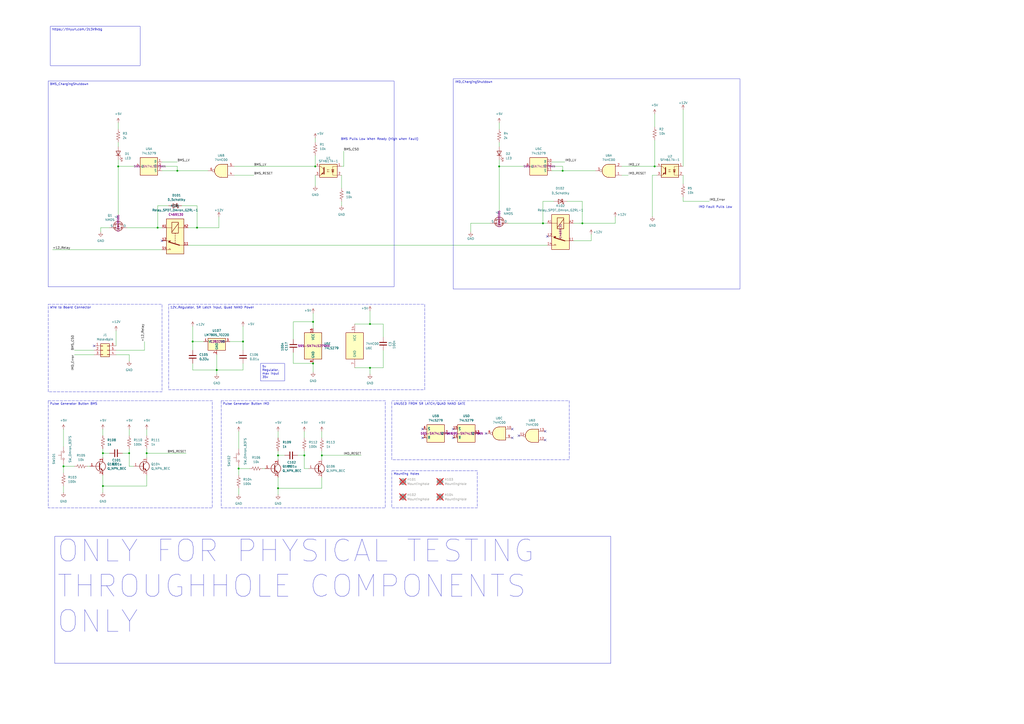
<source format=kicad_sch>
(kicad_sch (version 20250114) (generator "eeschema") (generator_version "9.0")
  (paper "A2")
  (text "BMS Pulls Low When Ready (High when Fault)" (at 220.218 80.772 0) (effects (font (size 1.27 1.27))))
  (text "IMD Fault Pulls Low" (at 415.036 120.142 0) (effects (font (size 1.27 1.27))))
  (text_box "IMD_ChargingShutdown" (at 262.89 45.72 0) (size 166.37 121.92) (margins 0.9525 0.9525 0.9525 0.9525) (effects (font (size 1.27 1.27)) (justify left top)))
  (text_box "Pulse Generator Button BMS\n" (at 27.94 232.41 0) (size 95.25 62.23) (margins 0.9525 0.9525 0.9525 0.9525) (stroke (width 0) (type dash)) (effects (font (size 1.27 1.27)) (justify left top)))
  (text_box "UNUSED FROM SR LATCH/QUAD NAND GATE" (at 227.33 232.41 0) (size 102.87 34.29) (margins 0.9525 0.9525 0.9525 0.9525) (stroke (width 0) (type dash)) (effects (font (size 1.27 1.27)) (justify left top)))
  (text_box "Wire to Board Connector" (at 27.94 176.53 0) (size 66.04 50.8) (margins 0.9525 0.9525 0.9525 0.9525) (stroke (width 0) (type dash)) (effects (font (size 1.27 1.27)) (justify left top)))
  (text_box "5v Regulator, max input 35v" (at 151.13 210.82 0) (size 13.97 10.16) (margins 0.9525 0.9525 0.9525 0.9525) (effects (font (size 1.27 1.27)) (justify left top)))
  (text_box "https://tinyurl.com/2c3k9xbg" (at 29.21 15.24 0) (size 52.07 22.86) (margins 0.9525 0.9525 0.9525 0.9525) (effects (font (size 1.27 1.27)) (justify left top)))
  (text_box "12V_Regulator, SR Latch input, Quad NAND Power" (at 97.79 176.53 0) (size 148.59 49.53) (margins 0.9525 0.9525 0.9525 0.9525) (stroke (width 0) (type dash)) (effects (font (size 1.27 1.27)) (justify left top)))
  (text_box "BMS_ChargingShutdown" (at 27.94 46.99 0) (size 200.66 119.38) (margins 0.9525 0.9525 0.9525 0.9525) (effects (font (size 1.27 1.27)) (justify left top)))
  (text_box "Pulse Generator Button IMD" (at 128.27 232.41 0) (size 95.25 62.23) (margins 0.9525 0.9525 0.9525 0.9525) (stroke (width 0) (type dash)) (effects (font (size 1.27 1.27)) (justify left top)))
  (text_box "Mounting Holes" (at 227.33 273.05 0) (size 49.53 21.59) (margins 0.9525 0.9525 0.9525 0.9525) (stroke (width 0) (type dash)) (effects (font (size 1.27 1.27)) (justify left top)))
  (text_box "ONLY FOR PHYSICAL TESTING THROUGHHOLE COMPONENTS ONLY" (at 31.75 311.15 0) (size 322.58 73.66) (margins 0.9525 0.9525 0.9525 0.9525) (effects (font (size 12.7 12.7)) (justify left top)))
  (junction (at 102.87 99.06))
  (junction (at 326.39 99.06))
  (junction (at 140.97 198.12))
  (junction (at 111.76 198.12))
  (junction (at 85.09 262.89))
  (junction (at 114.3 132.08))
  (junction (at 91.44 132.08))
  (junction (at 186.69 264.16))
  (junction (at 289.56 96.52))
  (junction (at 59.69 262.89))
  (junction (at 161.29 283.21))
  (junction (at 379.73 96.52))
  (junction (at 138.43 271.78))
  (junction (at 176.53 264.16))
  (junction (at 68.58 96.52))
  (junction (at 125.73 214.63))
  (junction (at 337.82 129.54))
  (junction (at 214.63 213.36))
  (junction (at 182.88 96.52))
  (junction (at 314.96 129.54))
  (junction (at 59.69 281.94))
  (junction (at 161.29 264.16))
  (junction (at 181.61 210.82))
  (junction (at 74.93 262.89))
  (junction (at 181.61 186.69))
  (junction (at 214.63 187.96))
  (junction (at 36.83 270.51))
  (no_connect (at 245.11 254))
  (no_connect (at 54.61 200.66))
  (no_connect (at 316.23 255.27))
  (no_connect (at 245.11 248.92))
  (no_connect (at 317.5 137.16))
  (no_connect (at 93.98 139.7))
  (no_connect (at 260.35 251.46))
  (no_connect (at 281.94 251.46))
  (no_connect (at 262.89 254))
  (no_connect (at 300.99 252.73))
  (no_connect (at 316.23 250.19))
  (no_connect (at 278.13 251.46))
  (no_connect (at 297.18 254))
  (no_connect (at 297.18 248.92))
  (no_connect (at 262.89 248.92))
  (wire (pts (xy 140.97 198.12) (xy 140.97 203.2)))
  (wire (pts (xy 59.69 275.59) (xy 59.69 281.94)))
  (wire (pts (xy 102.87 99.06) (xy 102.87 96.52)))
  (wire (pts (xy 74.93 205.74) (xy 74.93 209.55)))
  (wire (pts (xy 67.31 205.74) (xy 74.93 205.74)))
  (wire (pts (xy 396.24 96.52) (xy 396.24 63.5)))
  (wire (pts (xy 36.83 269.24) (xy 36.83 270.51)))
  (wire (pts (xy 161.29 261.62) (xy 161.29 264.16)))
  (wire (pts (xy 289.56 71.12) (xy 289.56 74.93)))
  (wire (pts (xy 289.56 96.52) (xy 289.56 92.71)))
  (wire (pts (xy 85.09 281.94) (xy 59.69 281.94)))
  (wire (pts (xy 356.87 125.73) (xy 356.87 129.54)))
  (wire (pts (xy 36.83 270.51) (xy 43.18 270.51)))
  (wire (pts (xy 73.66 132.08) (xy 91.44 132.08)))
  (wire (pts (xy 85.09 248.92) (xy 85.09 252.73)))
  (wire (pts (xy 43.18 203.2) (xy 54.61 203.2)))
  (wire (pts (xy 182.88 101.6) (xy 182.88 107.95)))
  (wire (pts (xy 114.3 132.08) (xy 109.22 132.08)))
  (wire (pts (xy 176.53 271.78) (xy 179.07 271.78)))
  (wire (pts (xy 58.42 132.08) (xy 58.42 134.62)))
  (wire (pts (xy 111.76 198.12) (xy 118.11 198.12)))
  (wire (pts (xy 59.69 262.89) (xy 59.69 265.43)))
  (wire (pts (xy 198.12 116.84) (xy 198.12 119.38)))
  (wire (pts (xy 182.88 90.17) (xy 182.88 96.52)))
  (wire (pts (xy 320.04 93.98) (xy 327.66 93.98)))
  (wire (pts (xy 109.22 142.24) (xy 317.5 142.24)))
  (wire (pts (xy 326.39 96.52) (xy 326.39 99.06)))
  (wire (pts (xy 337.82 129.54) (xy 332.74 129.54)))
  (wire (pts (xy 284.48 129.54) (xy 273.05 129.54)))
  (wire (pts (xy 289.56 96.52) (xy 304.8 96.52)))
  (wire (pts (xy 74.93 262.89) (xy 74.93 270.51)))
  (wire (pts (xy 379.73 66.04) (xy 379.73 73.66)))
  (wire (pts (xy 314.96 116.84) (xy 321.31 116.84)))
  (wire (pts (xy 273.05 129.54) (xy 273.05 134.62)))
  (wire (pts (xy 181.61 210.82) (xy 181.61 215.9)))
  (wire (pts (xy 111.76 214.63) (xy 125.73 214.63)))
  (wire (pts (xy 342.9 135.89) (xy 342.9 139.7)))
  (wire (pts (xy 182.88 80.01) (xy 182.88 82.55)))
  (wire (pts (xy 138.43 271.78) (xy 144.78 271.78)))
  (wire (pts (xy 114.3 119.38) (xy 114.3 132.08)))
  (wire (pts (xy 127 125.73) (xy 127 132.08)))
  (wire (pts (xy 170.18 196.85) (xy 170.18 186.69)))
  (wire (pts (xy 186.69 264.16) (xy 186.69 266.7)))
  (wire (pts (xy 93.98 132.08) (xy 91.44 132.08)))
  (wire (pts (xy 176.53 250.19) (xy 176.53 254)))
  (wire (pts (xy 152.4 271.78) (xy 153.67 271.78)))
  (wire (pts (xy 342.9 139.7) (xy 332.74 139.7)))
  (wire (pts (xy 289.56 96.52) (xy 289.56 121.92)))
  (wire (pts (xy 294.64 129.54) (xy 314.96 129.54)))
  (wire (pts (xy 161.29 264.16) (xy 165.1 264.16)))
  (wire (pts (xy 320.04 96.52) (xy 326.39 96.52)))
  (wire (pts (xy 170.18 186.69) (xy 181.61 186.69)))
  (wire (pts (xy 138.43 270.51) (xy 138.43 271.78)))
  (wire (pts (xy 289.56 82.55) (xy 289.56 85.09)))
  (wire (pts (xy 68.58 71.12) (xy 68.58 74.93)))
  (wire (pts (xy 181.61 186.69) (xy 181.61 190.5)))
  (wire (pts (xy 186.69 283.21) (xy 161.29 283.21)))
  (wire (pts (xy 181.61 210.82) (xy 170.18 210.82)))
  (wire (pts (xy 59.69 262.89) (xy 63.5 262.89)))
  (wire (pts (xy 328.93 116.84) (xy 337.82 116.84)))
  (wire (pts (xy 91.44 119.38) (xy 91.44 132.08)))
  (wire (pts (xy 59.69 281.94) (xy 59.69 285.75)))
  (wire (pts (xy 214.63 180.34) (xy 214.63 187.96)))
  (wire (pts (xy 68.58 96.52) (xy 78.74 96.52)))
  (wire (pts (xy 127 132.08) (xy 114.3 132.08)))
  (wire (pts (xy 58.42 132.08) (xy 63.5 132.08)))
  (wire (pts (xy 214.63 213.36) (xy 205.74 213.36)))
  (wire (pts (xy 107.95 262.89) (xy 85.09 262.89)))
  (wire (pts (xy 133.35 198.12) (xy 140.97 198.12)))
  (wire (pts (xy 111.76 210.82) (xy 111.76 214.63)))
  (wire (pts (xy 317.5 129.54) (xy 314.96 129.54)))
  (wire (pts (xy 36.83 270.51) (xy 36.83 274.32)))
  (wire (pts (xy 36.83 281.94) (xy 36.83 285.75)))
  (wire (pts (xy 209.55 264.16) (xy 186.69 264.16)))
  (wire (pts (xy 105.41 119.38) (xy 114.3 119.38)))
  (wire (pts (xy 396.24 116.84) (xy 411.48 116.84)))
  (wire (pts (xy 378.46 101.6) (xy 381 101.6)))
  (wire (pts (xy 176.53 264.16) (xy 176.53 261.62)))
  (wire (pts (xy 111.76 189.23) (xy 111.76 198.12)))
  (wire (pts (xy 140.97 189.23) (xy 140.97 198.12)))
  (wire (pts (xy 138.43 260.35) (xy 138.43 250.19)))
  (wire (pts (xy 74.93 248.92) (xy 74.93 252.73)))
  (wire (pts (xy 111.76 198.12) (xy 111.76 203.2)))
  (wire (pts (xy 59.69 260.35) (xy 59.69 262.89)))
  (wire (pts (xy 93.98 93.98) (xy 102.87 93.98)))
  (wire (pts (xy 337.82 129.54) (xy 356.87 129.54)))
  (wire (pts (xy 36.83 259.08) (xy 36.83 248.92)))
  (wire (pts (xy 140.97 210.82) (xy 140.97 214.63)))
  (wire (pts (xy 135.89 101.6) (xy 147.32 101.6)))
  (wire (pts (xy 360.68 101.6) (xy 364.49 101.6)))
  (wire (pts (xy 378.46 101.6) (xy 378.46 125.73)))
  (wire (pts (xy 97.79 119.38) (xy 91.44 119.38)))
  (wire (pts (xy 93.98 99.06) (xy 102.87 99.06)))
  (wire (pts (xy 161.29 276.86) (xy 161.29 283.21)))
  (wire (pts (xy 222.25 203.2) (xy 222.25 213.36)))
  (wire (pts (xy 337.82 116.84) (xy 337.82 129.54)))
  (wire (pts (xy 199.39 96.52) (xy 198.12 96.52)))
  (wire (pts (xy 186.69 261.62) (xy 186.69 264.16)))
  (wire (pts (xy 67.31 191.77) (xy 67.31 200.66)))
  (wire (pts (xy 125.73 214.63) (xy 125.73 217.17)))
  (wire (pts (xy 396.24 101.6) (xy 396.24 106.68)))
  (wire (pts (xy 83.82 203.2) (xy 83.82 198.12)))
  (wire (pts (xy 205.74 187.96) (xy 214.63 187.96)))
  (wire (pts (xy 161.29 264.16) (xy 161.29 266.7)))
  (wire (pts (xy 125.73 205.74) (xy 125.73 214.63)))
  (wire (pts (xy 320.04 99.06) (xy 326.39 99.06)))
  (wire (pts (xy 85.09 262.89) (xy 85.09 265.43)))
  (wire (pts (xy 170.18 210.82) (xy 170.18 204.47)))
  (wire (pts (xy 59.69 248.92) (xy 59.69 252.73)))
  (wire (pts (xy 379.73 81.28) (xy 379.73 96.52)))
  (wire (pts (xy 214.63 187.96) (xy 222.25 187.96)))
  (wire (pts (xy 198.12 101.6) (xy 198.12 109.22)))
  (wire (pts (xy 172.72 264.16) (xy 176.53 264.16)))
  (wire (pts (xy 360.68 96.52) (xy 379.73 96.52)))
  (wire (pts (xy 68.58 96.52) (xy 68.58 124.46)))
  (wire (pts (xy 199.39 87.63) (xy 199.39 96.52)))
  (wire (pts (xy 138.43 283.21) (xy 138.43 287.02)))
  (wire (pts (xy 125.73 214.63) (xy 140.97 214.63)))
  (wire (pts (xy 186.69 250.19) (xy 186.69 254)))
  (wire (pts (xy 67.31 203.2) (xy 83.82 203.2)))
  (wire (pts (xy 135.89 96.52) (xy 182.88 96.52)))
  (wire (pts (xy 222.25 213.36) (xy 214.63 213.36)))
  (wire (pts (xy 85.09 275.59) (xy 85.09 281.94)))
  (wire (pts (xy 54.61 205.74) (xy 43.18 205.74)))
  (wire (pts (xy 50.8 270.51) (xy 52.07 270.51)))
  (wire (pts (xy 222.25 187.96) (xy 222.25 195.58)))
  (wire (pts (xy 102.87 99.06) (xy 120.65 99.06)))
  (wire (pts (xy 68.58 96.52) (xy 68.58 92.71)))
  (wire (pts (xy 176.53 264.16) (xy 176.53 271.78)))
  (wire (pts (xy 326.39 99.06) (xy 345.44 99.06)))
  (wire (pts (xy 85.09 260.35) (xy 85.09 262.89)))
  (wire (pts (xy 214.63 213.36) (xy 214.63 217.17)))
  (wire (pts (xy 102.87 96.52) (xy 93.98 96.52)))
  (wire (pts (xy 396.24 114.3) (xy 396.24 116.84)))
  (wire (pts (xy 74.93 262.89) (xy 74.93 260.35)))
  (wire (pts (xy 71.12 262.89) (xy 74.93 262.89)))
  (wire (pts (xy 74.93 270.51) (xy 77.47 270.51)))
  (wire (pts (xy 68.58 82.55) (xy 68.58 85.09)))
  (wire (pts (xy 314.96 129.54) (xy 314.96 116.84)))
  (wire (pts (xy 138.43 271.78) (xy 138.43 275.59)))
  (wire (pts (xy 30.48 144.78) (xy 93.98 144.78)))
  (wire (pts (xy 379.73 96.52) (xy 381 96.52)))
  (wire (pts (xy 161.29 283.21) (xy 161.29 287.02)))
  (wire (pts (xy 161.29 250.19) (xy 161.29 254)))
  (wire (pts (xy 181.61 181.61) (xy 181.61 186.69)))
  (wire (pts (xy 186.69 276.86) (xy 186.69 283.21)))
  (label "IMD_Error" (at 411.48 116.84 0))
  (label "BMS_LV" (at 102.87 93.98 0))
  (label "+12_Relay" (at 83.82 198.12 90))
  (label "BMS_CSO" (at 43.18 203.2 90))
  (label "IMD_LV" (at 364.49 96.52 0))
  (label "+12_Relay" (at 30.48 144.78 0))
  (label "IMD_Error" (at 43.18 205.74 270))
  (label "BMS_RESET" (at 147.32 101.6 0))
  (label "IMD_RESET" (at 209.55 264.16 180))
  (label "IMD_LV" (at 327.66 93.98 0))
  (label "IMD_RESET" (at 364.49 101.6 0))
  (label "BMS_LV" (at 147.32 96.52 0))
  (label "BMS_RESET" (at 107.95 262.89 180))
  (label "BMS_CSO" (at 199.39 87.63 0))
  (symbol (lib_id "Transistor_BJT:Q_NPN_BEC") (at 82.55 270.51 0) (unit 1)
    (property "Reference" "Q104" (at 87.63 269.2399 0) (effects (justify left)))
    (property "Value" "Q_NPN_BEC" (at 87.63 271.7799 0) (effects (justify left)))
    (property "Footprint" "Package_TO_SOT_THT:TO-92" (effects (hide yes)))
    (property "Datasheet" "https://diotec.com/request/datasheet/bc337.pdf" (effects (hide yes)))
    (property "Description" "NPN transistor, base/emitter/collector" (effects (hide yes)))
    (property "MPN" "BC338-25" (effects (hide yes)))
    (property "Digikey" "4878-BC338-25TB-ND" (effects (hide yes)))
  )
  (symbol (lib_id "Device:C") (at 140.97 207.01 0) (unit 1)
    (property "Reference" "C106" (at 144.78 205.7399 0) (effects (justify left)))
    (property "Value" "0.01u" (at 144.78 208.2799 0) (effects (justify left)))
    (property "Footprint" "Capacitor_THT:CP_Radial_D5.0mm_P2.50mm" (effects (hide yes)))
    (property "Datasheet" "https://search.murata.co.jp/Ceramy/image/img/A01X/G101/ENG/RDE_X7R_250V-1kV_E.pdf" (effects (hide yes)))
    (property "Description" "Unpolarized capacitor" (effects (hide yes)))
    (property "MPN" "RDER71H103K0P1H03B" (effects (hide yes)))
    (property "Digikey" "490-8813-ND" (effects (hide yes)))
  )
  (symbol (lib_id "Device:R_US") (at 148.59 271.78 270) (unit 1)
    (property "Reference" "R106" (at 148.59 265.43 90))
    (property "Value" "10k" (at 148.59 267.97 90))
    (property "Footprint" "Resistor_THT:R_Axial_DIN0207_L6.3mm_D2.5mm_P7.62mm_Horizontal" (effects (hide yes)))
    (property "Datasheet" "https://www.yageo.com/upload/media/product/app/datasheet/lr/yageo-mfr_datasheet.pdf" (effects (hide yes)))
    (property "Description" "Resistor, US symbol" (effects (hide yes)))
    (property "MPN" "MFR-25FRF52-10K" (effects (hide yes)))
    (property "Digikey" "13-MFR-25FRF52-10KCT-ND" (effects (hide yes)))
  )
  (symbol (lib_id "74xx:74HC00") (at 308.61 252.73 180) (unit 4)
    (property "Reference" "U6" (at 308.6183 243.84 0))
    (property "Value" "74HC00" (at 308.6183 246.38 0))
    (property "Footprint" "Package_DIP:DIP-14_W7.62mm" (effects (hide yes)))
    (property "Datasheet" "http://www.ti.com/lit/gpn/sn74hc00" (effects (hide yes)))
    (property "Description" "quad 2-input NAND gate" (effects (hide yes)))
    (property "JLC#" "C2902" (effects (hide yes)))
    (property "MPN" "  SN74HC00N" (effects (hide yes)))
    (property "Digikey" "296-1563-5-ND" (effects (hide yes)))
  )
  (symbol (lib_id "74xx:74HC00") (at 289.56 251.46 180) (unit 3)
    (property "Reference" "U6" (at 289.5683 242.57 0))
    (property "Value" "74HC00" (at 289.5683 245.11 0))
    (property "Footprint" "Package_DIP:DIP-14_W7.62mm" (effects (hide yes)))
    (property "Datasheet" "http://www.ti.com/lit/gpn/sn74hc00" (effects (hide yes)))
    (property "Description" "quad 2-input NAND gate" (effects (hide yes)))
    (property "JLC#" "C2902" (effects (hide yes)))
    (property "MPN" "  SN74HC00N" (effects (hide yes)))
    (property "Digikey" "296-1563-5-ND" (effects (hide yes)))
  )
  (symbol (lib_id "power:+12V") (at 111.76 189.23 0) (unit 1)
    (property "Reference" "#PWR0116" (effects (hide yes)))
    (property "Value" "+12V" (at 116.078 188.214 0))
    (property "Description" "Power symbol creates a global label with name \"+12V\"" (effects (hide yes)))
  )
  (symbol (lib_name "+5V_1") (lib_id "power:+5V") (at 59.69 248.92 0) (unit 1)
    (property "Reference" "#PWR0112" (effects (hide yes)))
    (property "Value" "+5V" (at 59.69 243.84 0))
    (property "Description" "Power symbol creates a global label with name \"+5V\"" (effects (hide yes)))
  )
  (symbol (lib_id "Device:C") (at 168.91 264.16 90) (unit 1)
    (property "Reference" "C102" (at 169.164 268.224 90))
    (property "Value" "0.01u" (at 169.418 270.51 90))
    (property "Footprint" "Capacitor_THT:CP_Radial_D5.0mm_P2.50mm" (effects (hide yes)))
    (property "Datasheet" "https://search.murata.co.jp/Ceramy/image/img/A01X/G101/ENG/RDE_X7R_250V-1kV_E.pdf" (effects (hide yes)))
    (property "Description" "Unpolarized capacitor" (effects (hide yes)))
    (property "MPN" "RDER71H103K0P1H03B" (effects (hide yes)))
    (property "Digikey" "490-8813-ND" (effects (hide yes)))
  )
  (symbol (lib_id "power:GND") (at 58.42 134.62 0) (unit 1)
    (property "Reference" "#PWR0101" (effects (hide yes)))
    (property "Value" "GND" (at 58.42 139.7 0))
    (property "Description" "Power symbol creates a global label with name \"GND\" , ground" (effects (hide yes)))
  )
  (symbol (lib_name "+5V_1") (lib_id "power:+5V") (at 36.83 248.92 0) (unit 1)
    (property "Reference" "#PWR0110" (effects (hide yes)))
    (property "Value" "+5V" (at 36.83 243.84 0))
    (property "Description" "Power symbol creates a global label with name \"+5V\"" (effects (hide yes)))
  )
  (symbol (lib_id "74xx:74LS279") (at 86.36 96.52 180) (unit 1)
    (property "Reference" "U5" (at 86.36 86.36 0))
    (property "Value" "74LS279" (at 86.36 88.9 0))
    (property "Footprint" "Package_DIP:DIP-16_W7.62mm" (effects (hide yes)))
    (property "Datasheet" "https://www.ti.com/lit/ds/symlink/sn54ls279a.pdf?ts=1755633696385&ref_url=https%253A%252F%252Fwww.mouser.com%252F" (effects (hide yes)))
    (property "Description" "Quad SR latch, DIP-16/SOIC-16/SOIC-16W" (effects (hide yes)))
    (property "MOUSER" " 595-SN74LS279AN" (at 86.36 96.52 0))
    (property "MPN" "  SN74LS279AN" (effects (hide yes)))
    (property "Digikey" "296-3684-5-ND" (effects (hide yes)))
    (property "JLC#" " C133941" (effects (hide yes)))
  )
  (symbol (lib_id "Device:R_US") (at 36.83 278.13 0) (unit 1)
    (property "Reference" "R103" (at 39.37 276.8599 0) (effects (justify left)))
    (property "Value" "100k" (at 39.37 279.3999 0) (effects (justify left)))
    (property "Footprint" "Resistor_THT:R_Axial_DIN0207_L6.3mm_D2.5mm_P7.62mm_Horizontal" (effects (hide yes)))
    (property "Datasheet" "R" (effects (hide yes)))
    (property "Description" "Resistor, US symbol" (effects (hide yes)))
    (property "MPN" "MFR-25FRF52-100K" (effects (hide yes)))
    (property "Digikey" "13-MFR-25FRF52-100KCT-ND" (effects (hide yes)))
  )
  (symbol (lib_id "Device:R_US") (at 68.58 78.74 0) (unit 1)
    (property "Reference" "R3" (at 71.12 77.4699 0) (effects (justify left)))
    (property "Value" "2k" (at 71.12 80.0099 0) (effects (justify left)))
    (property "Footprint" "Resistor_THT:R_Axial_DIN0207_L6.3mm_D2.5mm_P7.62mm_Horizontal" (effects (hide yes)))
    (property "Datasheet" "https://www.yageo.com/upload/media/product/app/datasheet/lr/yageo-mfr_datasheet.pdf" (effects (hide yes)))
    (property "Description" "Resistor, US symbol" (effects (hide yes)))
    (property "MPN" "MFR25SFTF52-270R" (effects (hide yes)))
    (property "Digikey" "13-MFR25SFTF52-270RCT-ND" (effects (hide yes)))
  )
  (symbol (lib_id "Mechanical:MountingHole") (at 255.27 288.29 0) (unit 1) (exclude_from_sim yes) (in_bom no) (dnp yes)
    (property "Reference" "H104" (at 257.81 287.0199 0) (effects (justify left)))
    (property "Value" "MountingHole" (at 257.81 289.5599 0) (effects (justify left)))
    (property "Description" "Mounting Hole without connection" (effects (hide yes)))
  )
  (symbol (lib_name "+5V_1") (lib_id "power:+5V") (at 176.53 250.19 0) (unit 1)
    (property "Reference" "#PWR0123" (effects (hide yes)))
    (property "Value" "+5V" (at 176.53 245.11 0))
    (property "Description" "Power symbol creates a global label with name \"+5V\"" (effects (hide yes)))
  )
  (symbol (lib_id "power:+12V") (at 342.9 135.89 0) (unit 1)
    (property "Reference" "#PWR0109" (effects (hide yes)))
    (property "Value" "+12V" (at 346.71 134.62 0))
    (property "Description" "Power symbol creates a global label with name \"+12V\"" (effects (hide yes)))
  )
  (symbol (lib_id "Transistor_BJT:Q_NPN_BEC") (at 158.75 271.78 0) (unit 1)
    (property "Reference" "Q105" (at 163.83 270.5099 0) (effects (justify left)))
    (property "Value" "Q_NPN_BEC" (at 163.83 273.0499 0) (effects (justify left)))
    (property "Footprint" "Package_TO_SOT_THT:TO-92" (effects (hide yes)))
    (property "Datasheet" "https://diotec.com/request/datasheet/bc337.pdf" (effects (hide yes)))
    (property "Description" "NPN transistor, base/emitter/collector" (effects (hide yes)))
    (property "MPN" "BC338-25" (effects (hide yes)))
    (property "Digikey" "4878-BC338-25TB-ND" (effects (hide yes)))
  )
  (symbol (lib_id "power:+5V") (at 214.63 180.34 0) (unit 1)
    (property "Reference" "#PWR05" (effects (hide yes)))
    (property "Value" "+5V" (at 211.582 178.816 0))
    (property "Description" "Power symbol creates a global label with name \"+5V\"" (effects (hide yes)))
  )
  (symbol (lib_name "GND_2") (lib_id "power:GND") (at 36.83 285.75 0) (unit 1)
    (property "Reference" "#PWR0111" (effects (hide yes)))
    (property "Value" "GND" (at 36.83 290.83 0))
    (property "Description" "Power symbol creates a global label with name \"GND\" , ground" (effects (hide yes)))
  )
  (symbol (lib_id "power:+5V") (at 289.56 71.12 0) (unit 1)
    (property "Reference" "#PWR012" (effects (hide yes)))
    (property "Value" "+5V" (at 289.56 66.04 0))
    (property "Description" "Power symbol creates a global label with name \"+5V\"" (effects (hide yes)))
  )
  (symbol (lib_id "Device:D_Schottky") (at 101.6 119.38 180) (unit 1)
    (property "Reference" "D101" (at 102.362 113.284 0))
    (property "Value" "D_Schottky" (at 102.362 115.824 0))
    (property "Footprint" "Diode_THT:D_DO-201AD_P12.70mm_Horizontal" (effects (hide yes)))
    (property "Datasheet" "https://services.taiwansemi.com/storage/resources/datasheet/SR302%20SERIES_J2105.pdf" (effects (hide yes)))
    (property "Description" "Schottky diode" (effects (hide yes)))
    (property "MPN" "SR304 A0G" (effects (hide yes)))
    (property "Digikey" "SR304A0GCT-ND" (effects (hide yes)))
  )
  (symbol (lib_id "Device:R_US") (at 396.24 110.49 0) (unit 1)
    (property "Reference" "R5" (at 398.78 109.2199 0) (effects (justify left)))
    (property "Value" "10k" (at 398.78 111.7599 0) (effects (justify left)))
    (property "Footprint" "Resistor_THT:R_Axial_DIN0207_L6.3mm_D2.5mm_P7.62mm_Horizontal" (effects (hide yes)))
    (property "Datasheet" "https://www.yageo.com/upload/media/product/app/datasheet/lr/yageo-mfr_datasheet.pdf" (effects (hide yes)))
    (property "Description" "Resistor, US symbol" (effects (hide yes)))
    (property "MPN" "MFR-25FBF52-1K" (effects (hide yes)))
    (property "Digikey" "1.00KXBK-ND" (effects (hide yes)))
  )
  (symbol (lib_id "Transistor_BJT:Q_NPN_BEC") (at 57.15 270.51 0) (unit 1)
    (property "Reference" "Q103" (at 62.23 269.2399 0) (effects (justify left)))
    (property "Value" "Q_NPN_BEC" (at 62.23 271.7799 0) (effects (justify left)))
    (property "Footprint" "Package_TO_SOT_THT:TO-92" (effects (hide yes)))
    (property "Datasheet" "https://diotec.com/request/datasheet/bc337.pdf" (effects (hide yes)))
    (property "Description" "NPN transistor, base/emitter/collector" (effects (hide yes)))
    (property "MPN" "BC338-25" (effects (hide yes)))
    (property "Digikey" "4878-BC338-25TB-ND" (effects (hide yes)))
  )
  (symbol (lib_id "Simulation_SPICE:NMOS") (at 289.56 127 270) (unit 1)
    (property "Reference" "Q2" (at 294.894 121.412 90))
    (property "Value" "NMOS" (at 294.894 123.952 90))
    (property "Footprint" "Package_TO_SOT_THT:TO-251-3_Vertical" (effects (hide yes)))
    (property "Datasheet" "https://www.infineon.com/assets/row/public/documents/24/49/infineon-ipu60r2k1ce-ds-en.pdf?fileId=5546d46249be182c0149c7e409461eac" (effects (hide yes)))
    (property "Description" "N-MOSFET transistor, drain/source/gate" (effects (hide yes)))
    (property "Sim.Device" "NMOS" (effects (hide yes)))
    (property "Sim.Type" "VDMOS" (effects (hide yes)))
    (property "Sim.Pins" "1=D 2=G 3=S" (effects (hide yes)))
    (property "JLC#" "C3278986" (at 289.56 127 0))
    (property "MPN" "  IPU60R2K1CEAKMA1" (effects (hide yes)))
    (property "Digikey" "  IPU60R2K1CEAKMA1-ND" (effects (hide yes)))
  )
  (symbol (lib_id "Device:R_US") (at 379.73 77.47 0) (unit 1)
    (property "Reference" "R2" (at 382.27 74.93 0) (effects (justify left)))
    (property "Value" "10k" (at 382.27 77.47 0) (effects (justify left)))
    (property "Footprint" "Resistor_THT:R_Axial_DIN0207_L6.3mm_D2.5mm_P7.62mm_Horizontal" (effects (hide yes)))
    (property "Datasheet" "https://www.yageo.com/upload/media/product/app/datasheet/lr/yageo-mfr_datasheet.pdf" (effects (hide yes)))
    (property "Description" "Resistor, US symbol" (effects (hide yes)))
    (property "MPN" "MFR-25FRF52-10K" (effects (hide yes)))
    (property "Digikey" "13-MFR-25FRF52-10KCT-ND" (effects (hide yes)))
  )
  (symbol (lib_id "power:+5V") (at 140.97 189.23 0) (unit 1)
    (property "Reference" "#PWR0118" (effects (hide yes)))
    (property "Value" "+5V" (at 143.51 187.9599 0) (effects (justify left)))
    (property "Description" "Power symbol creates a global label with name \"+5V\"" (effects (hide yes)))
  )
  (symbol (lib_id "Device:R_US") (at 85.09 256.54 0) (unit 1)
    (property "Reference" "R111" (at 87.63 255.2699 0) (effects (justify left)))
    (property "Value" "1k" (at 87.63 257.8099 0) (effects (justify left)))
    (property "Footprint" "Resistor_THT:R_Axial_DIN0207_L6.3mm_D2.5mm_P7.62mm_Horizontal" (effects (hide yes)))
    (property "Datasheet" "https://www.yageo.com/upload/media/product/app/datasheet/lr/yageo-mfr_datasheet.pdf" (effects (hide yes)))
    (property "Description" "Resistor, US symbol" (effects (hide yes)))
    (property "MPN" "MFR-25FBF52-1K" (effects (hide yes)))
    (property "Digikey" "1.00KXBK-ND" (effects (hide yes)))
  )
  (symbol (lib_name "GND_2") (lib_id "power:GND") (at 161.29 287.02 0) (unit 1)
    (property "Reference" "#PWR0122" (effects (hide yes)))
    (property "Value" "GND" (at 161.29 292.1 0))
    (property "Description" "Power symbol creates a global label with name \"GND\" , ground" (effects (hide yes)))
  )
  (symbol (lib_id "Device:R_US") (at 198.12 113.03 0) (unit 1)
    (property "Reference" "R6" (at 200.66 111.7599 0) (effects (justify left)))
    (property "Value" "10k" (at 200.66 114.2999 0) (effects (justify left)))
    (property "Footprint" "Resistor_THT:R_Axial_DIN0207_L6.3mm_D2.5mm_P7.62mm_Horizontal" (effects (hide yes)))
    (property "Datasheet" "https://www.yageo.com/upload/media/product/app/datasheet/lr/yageo-mfr_datasheet.pdf" (effects (hide yes)))
    (property "Description" "Resistor, US symbol" (effects (hide yes)))
    (property "MPN" "MFR-25FBF52-1K" (effects (hide yes)))
    (property "Digikey" "1.00KXBK-ND" (effects (hide yes)))
  )
  (symbol (lib_id "Switch:SW_Omron_B3FS") (at 138.43 265.43 90) (unit 1)
    (property "Reference" "SW102" (at 132.842 264.16 0) (effects (justify right)))
    (property "Value" "SW_Omron_B3FS" (at 142.24 254 0) (effects (justify right)))
    (property "Footprint" "Button_Switch_THT:SW_PUSH_6mm_H4.3mm" (effects (hide yes)))
    (property "Datasheet" "https://omronfs.omron.com/en_US/ecb/products/pdf/en-b3f.pdf" (effects (hide yes)))
    (property "Description" "Omron B3FS 6x6mm single pole normally-open tactile switch" (effects (hide yes)))
    (property "MPN" "  B3F-1000" (effects (hide yes)))
    (property "Digikey" "  SW400-ND" (effects (hide yes)))
  )
  (symbol (lib_id "power:GND") (at 214.63 217.17 0) (unit 1)
    (property "Reference" "#PWR09" (effects (hide yes)))
    (property "Value" "GND" (at 214.63 222.25 0))
    (property "Description" "Power symbol creates a global label with name \"GND\" , ground" (effects (hide yes)))
  )
  (symbol (lib_id "Connector_Generic:Conn_02x03_Counter_Clockwise") (at 59.69 203.2 0) (unit 1)
    (property "Reference" "J1" (at 60.96 194.31 0))
    (property "Value" "Molex6pin" (at 60.96 196.85 0))
    (property "Footprint" "Connector_Molex:Molex_Mini-Fit_Jr_5566-06A_2x03_P4.20mm_Vertical" (effects (hide yes)))
    (property "Datasheet" "https://www.molex.com/en-us/products/part-detail/39281063?display=pdf" (effects (hide yes)))
    (property "Description" "Generic connector, double row, 02x03, counter clockwise pin numbering scheme (similar to DIP package numbering), script generated (kicad-library-utils/schlib/autogen/connector/)" (effects (hide yes)))
    (property "MPN" "  0039281063" (effects (hide yes)))
    (property "Digikey" "  WM3802-ND" (effects (hide yes)))
  )
  (symbol (lib_id "Relay:G2RL-1") (at 101.6 137.16 90) (mirror x) (unit 1)
    (property "Reference" "K101" (at 101.6 119.38 90))
    (property "Value" "Relay_SPDT_Omron_G2RL-1" (at 101.6 121.92 90))
    (property "Footprint" "Relay_THT:Relay_SPDT_Omron_G2RL-1" (effects (hide yes)))
    (property "Datasheet" "https://omronfs.omron.com/en_US/ecb/products/pdf/en-g2rl.pdf" (effects (hide yes)))
    (property "Description" "General Purpose Low Profile Relay SPDT Through Hole, Omron G2RL series, 12A 250VAC" (effects (hide yes)))
    (property "JLC#" " C469130" (at 101.6 124.46 90))
    (property "MPN" "  G2RL-1 DC12" (effects (hide yes)))
    (property "Digikey" "  Z3076-ND" (effects (hide yes)))
  )
  (symbol (lib_id "Device:C") (at 222.25 199.39 0) (mirror y) (unit 1)
    (property "Reference" "C3" (at 226.314 199.644 90))
    (property "Value" "100n" (at 228.6 199.898 90))
    (property "Footprint" "Capacitor_THT:CP_Radial_D5.0mm_P2.50mm" (effects (hide yes)))
    (property "Datasheet" "https://search.murata.co.jp/Ceramy/image/img/A01X/G101/ENG/RDE_X7R_250V-1kV_E.pdf" (effects (hide yes)))
    (property "Description" "Unpolarized capacitor" (effects (hide yes)))
    (property "JLC#" "C1591" (effects (hide yes)))
    (property "MPN" "RDER71H104K0P1H03B" (effects (hide yes)))
    (property "Digikey" "490-8815-ND" (effects (hide yes)))
  )
  (symbol (lib_id "Device:C") (at 170.18 200.66 0) (unit 1)
    (property "Reference" "C117" (at 166.116 200.914 90))
    (property "Value" "100n" (at 163.83 201.168 90))
    (property "Footprint" "Capacitor_THT:CP_Radial_D5.0mm_P2.50mm" (effects (hide yes)))
    (property "Datasheet" "https://search.murata.co.jp/Ceramy/image/img/A01X/G101/ENG/RDE_X7R_250V-1kV_E.pdf" (effects (hide yes)))
    (property "Description" "Unpolarized capacitor" (effects (hide yes)))
    (property "MPN" "RDER71H104K0P1H03B" (effects (hide yes)))
    (property "Digikey" "490-8815-ND" (effects (hide yes)))
  )
  (symbol (lib_id "Device:R_US") (at 59.69 256.54 0) (unit 1)
    (property "Reference" "R108" (at 62.23 255.2699 0) (effects (justify left)))
    (property "Value" "1k" (at 62.23 257.8099 0) (effects (justify left)))
    (property "Footprint" "Resistor_THT:R_Axial_DIN0207_L6.3mm_D2.5mm_P7.62mm_Horizontal" (effects (hide yes)))
    (property "Datasheet" "https://www.yageo.com/upload/media/product/app/datasheet/lr/yageo-mfr_datasheet.pdf" (effects (hide yes)))
    (property "Description" "Resistor, US symbol" (effects (hide yes)))
    (property "MPN" "MFR-25FBF52-1K" (effects (hide yes)))
    (property "Digikey" "1.00KXBK-ND" (effects (hide yes)))
  )
  (symbol (lib_id "74xx:74HC00") (at 353.06 99.06 180) (unit 1)
    (property "Reference" "U6" (at 353.0683 90.17 0))
    (property "Value" "74HC00" (at 353.0683 92.71 0))
    (property "Footprint" "Package_DIP:DIP-14_W7.62mm" (effects (hide yes)))
    (property "Datasheet" "http://www.ti.com/lit/gpn/sn74hc00" (effects (hide yes)))
    (property "Description" "quad 2-input NAND gate" (effects (hide yes)))
    (property "JLC#" "C2902" (effects (hide yes)))
    (property "MPN" "  SN74HC00N" (effects (hide yes)))
    (property "Digikey" "296-1563-5-ND" (effects (hide yes)))
  )
  (symbol (lib_id "Device:R_US") (at 138.43 279.4 0) (unit 1)
    (property "Reference" "R104" (at 140.97 278.1299 0) (effects (justify left)))
    (property "Value" "100k" (at 140.97 280.6699 0) (effects (justify left)))
    (property "Footprint" "Resistor_THT:R_Axial_DIN0207_L6.3mm_D2.5mm_P7.62mm_Horizontal" (effects (hide yes)))
    (property "Datasheet" "R" (effects (hide yes)))
    (property "Description" "Resistor, US symbol" (effects (hide yes)))
    (property "MPN" "MFR-25FRF52-100K" (effects (hide yes)))
    (property "Digikey" "13-MFR-25FRF52-100KCT-ND" (effects (hide yes)))
  )
  (symbol (lib_name "+5V_1") (lib_id "power:+5V") (at 161.29 250.19 0) (unit 1)
    (property "Reference" "#PWR0121" (effects (hide yes)))
    (property "Value" "+5V" (at 161.29 245.11 0))
    (property "Description" "Power symbol creates a global label with name \"+5V\"" (effects (hide yes)))
  )
  (symbol (lib_id "Device:R_US") (at 161.29 257.81 0) (unit 1)
    (property "Reference" "R109" (at 163.83 256.5399 0) (effects (justify left)))
    (property "Value" "1k" (at 163.83 259.0799 0) (effects (justify left)))
    (property "Footprint" "Resistor_THT:R_Axial_DIN0207_L6.3mm_D2.5mm_P7.62mm_Horizontal" (effects (hide yes)))
    (property "Datasheet" "https://www.yageo.com/upload/media/product/app/datasheet/lr/yageo-mfr_datasheet.pdf" (effects (hide yes)))
    (property "Description" "Resistor, US symbol" (effects (hide yes)))
    (property "MPN" "MFR-25FBF52-1K" (effects (hide yes)))
    (property "Digikey" "1.00KXBK-ND" (effects (hide yes)))
  )
  (symbol (lib_id "Mechanical:MountingHole") (at 255.27 279.4 0) (unit 1) (exclude_from_sim yes) (in_bom no) (dnp yes)
    (property "Reference" "H103" (at 257.81 278.1299 0) (effects (justify left)))
    (property "Value" "MountingHole" (at 257.81 280.6699 0) (effects (justify left)))
    (property "Description" "Mounting Hole without connection" (effects (hide yes)))
  )
  (symbol (lib_id "power:GND") (at 273.05 134.62 0) (unit 1)
    (property "Reference" "#PWR0106" (effects (hide yes)))
    (property "Value" "GND" (at 273.05 138.43 0))
    (property "Description" "Power symbol creates a global label with name \"GND\" , ground" (effects (hide yes)))
  )
  (symbol (lib_id "Switch:SW_Omron_B3FS") (at 36.83 264.16 90) (unit 1)
    (property "Reference" "SW101" (at 31.242 262.89 0) (effects (justify right)))
    (property "Value" "SW_Omron_B3FS" (at 40.64 252.73 0) (effects (justify right)))
    (property "Footprint" "Button_Switch_THT:SW_PUSH_6mm_H4.3mm" (effects (hide yes)))
    (property "Datasheet" "https://omronfs.omron.com/en_US/ecb/products/pdf/en-b3f.pdf" (effects (hide yes)))
    (property "Description" "Omron B3FS 6x6mm single pole normally-open tactile switch" (effects (hide yes)))
    (property "MPN" "  B3F-1000" (effects (hide yes)))
    (property "Digikey" "  SW400-ND" (effects (hide yes)))
  )
  (symbol (lib_id "Device:LED") (at 289.56 88.9 90) (unit 1)
    (property "Reference" "D2" (at 293.37 89.2174 90) (effects (justify right)))
    (property "Value" "LED" (at 293.37 91.7574 90) (effects (justify right)))
    (property "Footprint" "LED_THT:LED_D3.0mm" (effects (hide yes)))
    (property "Datasheet" "https://mm.digikey.com/Volume0/opasdata/d220001/medias/docus/1139/HLMP-D101%2CD105%2CK101%2CK105.pdf" (effects (hide yes)))
    (property "Description" "Light emitting diode" (effects (hide yes)))
    (property "Sim.Pins" "1=K 2=A" (effects (hide yes)))
    (property "MPN" "HLMP-K101" (effects (hide yes)))
    (property "Digikey" "516-1313-ND" (effects (hide yes)))
  )
  (symbol (lib_id "Device:R_US") (at 182.88 86.36 0) (unit 1)
    (property "Reference" "R1" (at 185.42 83.82 0) (effects (justify left)))
    (property "Value" "10k" (at 185.42 86.36 0) (effects (justify left)))
    (property "Footprint" "Resistor_THT:R_Axial_DIN0207_L6.3mm_D2.5mm_P7.62mm_Horizontal" (effects (hide yes)))
    (property "Datasheet" "https://www.yageo.com/upload/media/product/app/datasheet/lr/yageo-mfr_datasheet.pdf" (effects (hide yes)))
    (property "Description" "Resistor, US symbol" (effects (hide yes)))
    (property "MPN" "MFR-25FRF52-10K" (effects (hide yes)))
    (property "Digikey" "13-MFR-25FRF52-10KCT-ND" (effects (hide yes)))
  )
  (symbol (lib_name "+5V_1") (lib_id "power:+5V") (at 186.69 250.19 0) (unit 1)
    (property "Reference" "#PWR0124" (effects (hide yes)))
    (property "Value" "+5V" (at 186.69 245.11 0))
    (property "Description" "Power symbol creates a global label with name \"+5V\"" (effects (hide yes)))
  )
  (symbol (lib_id "power:+5V") (at 181.61 181.61 0) (unit 1)
    (property "Reference" "#PWR014" (effects (hide yes)))
    (property "Value" "+5V" (at 178.562 180.086 0))
    (property "Description" "Power symbol creates a global label with name \"+5V\"" (effects (hide yes)))
  )
  (symbol (lib_id "Device:R_US") (at 46.99 270.51 270) (unit 1)
    (property "Reference" "R105" (at 46.99 264.16 90))
    (property "Value" "10k" (at 46.99 266.7 90))
    (property "Footprint" "Resistor_THT:R_Axial_DIN0207_L6.3mm_D2.5mm_P7.62mm_Horizontal" (effects (hide yes)))
    (property "Datasheet" "https://www.yageo.com/upload/media/product/app/datasheet/lr/yageo-mfr_datasheet.pdf" (effects (hide yes)))
    (property "Description" "Resistor, US symbol" (effects (hide yes)))
    (property "MPN" "MFR-25FRF52-10K" (effects (hide yes)))
    (property "Digikey" "13-MFR-25FRF52-10KCT-ND" (effects (hide yes)))
  )
  (symbol (lib_name "+5V_1") (lib_id "power:+5V") (at 74.93 248.92 0) (unit 1)
    (property "Reference" "#PWR0114" (effects (hide yes)))
    (property "Value" "+5V" (at 74.93 243.84 0))
    (property "Description" "Power symbol creates a global label with name \"+5V\"" (effects (hide yes)))
  )
  (symbol (lib_id "Relay:G2RL-1") (at 325.12 134.62 90) (mirror x) (unit 1)
    (property "Reference" "K102" (at 325.12 119.38 90))
    (property "Value" "Relay_SPDT_Omron_G2RL-1" (at 325.12 121.92 90))
    (property "Footprint" "Relay_THT:Relay_SPDT_Omron_G2RL-1" (effects (hide yes)))
    (property "Datasheet" "https://omronfs.omron.com/en_US/ecb/products/pdf/en-g2rl.pdf" (effects (hide yes)))
    (property "Description" "General Purpose Low Profile Relay SPDT Through Hole, Omron G2RL series, 12A 250VAC" (effects (hide yes)))
    (property "JLC#" " C469130" (at 325.12 134.62 0))
    (property "MPN" "  G2RL-1 DC12" (effects (hide yes)))
    (property "Digikey" "  Z3076-ND" (effects (hide yes)))
  )
  (symbol (lib_id "power:+12V") (at 127 125.73 0) (unit 1)
    (property "Reference" "#PWR0125" (effects (hide yes)))
    (property "Value" "+12V" (at 127 121.92 0))
    (property "Description" "Power symbol creates a global label with name \"+12V\"" (effects (hide yes)))
  )
  (symbol (lib_id "Device:C") (at 67.31 262.89 90) (unit 1)
    (property "Reference" "C101" (at 67.564 266.954 90))
    (property "Value" "0.01u" (at 67.818 269.24 90))
    (property "Footprint" "Capacitor_THT:CP_Radial_D5.0mm_P2.50mm" (effects (hide yes)))
    (property "Datasheet" "https://search.murata.co.jp/Ceramy/image/img/A01X/G101/ENG/RDE_X7R_250V-1kV_E.pdf" (effects (hide yes)))
    (property "Description" "Unpolarized capacitor" (effects (hide yes)))
    (property "MPN" "RDER71H103K0P1H03B" (effects (hide yes)))
    (property "Digikey" "490-8813-ND" (effects (hide yes)))
  )
  (symbol (lib_name "GND_2") (lib_id "power:GND") (at 59.69 285.75 0) (unit 1)
    (property "Reference" "#PWR0113" (effects (hide yes)))
    (property "Value" "GND" (at 59.69 290.83 0))
    (property "Description" "Power symbol creates a global label with name \"GND\" , ground" (effects (hide yes)))
  )
  (symbol (lib_id "74xx:74HC00") (at 128.27 99.06 180) (unit 2)
    (property "Reference" "U6" (at 128.2783 90.17 0))
    (property "Value" "74HC00" (at 128.2783 92.71 0))
    (property "Footprint" "Package_DIP:DIP-14_W7.62mm" (effects (hide yes)))
    (property "Datasheet" "http://www.ti.com/lit/gpn/sn74hc00" (effects (hide yes)))
    (property "Description" "quad 2-input NAND gate" (effects (hide yes)))
    (property "JLC#" "C2902" (effects (hide yes)))
    (property "MPN" "  SN74HC00N" (effects (hide yes)))
    (property "Digikey" "296-1563-5-ND" (effects (hide yes)))
  )
  (symbol (lib_id "power:+12V") (at 396.24 63.5 0) (unit 1)
    (property "Reference" "#PWR018" (effects (hide yes)))
    (property "Value" "+12V" (at 396.24 59.69 0))
    (property "Description" "Power symbol creates a global label with name \"+12V\"" (effects (hide yes)))
  )
  (symbol (lib_id "Device:R_US") (at 289.56 78.74 0) (unit 1)
    (property "Reference" "R4" (at 292.1 77.4699 0) (effects (justify left)))
    (property "Value" "2k" (at 292.1 80.0099 0) (effects (justify left)))
    (property "Footprint" "Resistor_THT:R_Axial_DIN0207_L6.3mm_D2.5mm_P7.62mm_Horizontal" (effects (hide yes)))
    (property "Datasheet" "https://www.yageo.com/upload/media/product/app/datasheet/lr/yageo-mfr_datasheet.pdf" (effects (hide yes)))
    (property "Description" "Resistor, US symbol" (effects (hide yes)))
    (property "MPN" "MFR25SFTF52-270R" (effects (hide yes)))
    (property "Digikey" "13-MFR25SFTF52-270RCT-ND" (effects (hide yes)))
  )
  (symbol (lib_name "GND_2") (lib_id "power:GND") (at 138.43 287.02 0) (unit 1)
    (property "Reference" "#PWR0120" (effects (hide yes)))
    (property "Value" "GND" (at 138.43 292.1 0))
    (property "Description" "Power symbol creates a global label with name \"GND\" , ground" (effects (hide yes)))
  )
  (symbol (lib_id "power:GND") (at 182.88 107.95 0) (unit 1)
    (property "Reference" "#PWR01" (effects (hide yes)))
    (property "Value" "GND" (at 182.88 113.03 0))
    (property "Description" "Power symbol creates a global label with name \"GND\" , ground" (effects (hide yes)))
  )
  (symbol (lib_id "power:+12V") (at 356.87 125.73 0) (unit 1)
    (property "Reference" "#PWR0126" (effects (hide yes)))
    (property "Value" "+12V" (at 360.68 124.46 0))
    (property "Description" "Power symbol creates a global label with name \"+12V\"" (effects (hide yes)))
  )
  (symbol (lib_id "power:+5V") (at 68.58 71.12 0) (unit 1)
    (property "Reference" "#PWR011" (effects (hide yes)))
    (property "Value" "+5V" (at 68.58 66.04 0))
    (property "Description" "Power symbol creates a global label with name \"+5V\"" (effects (hide yes)))
  )
  (symbol (lib_id "power:GND") (at 378.46 125.73 0) (unit 1)
    (property "Reference" "#PWR02" (effects (hide yes)))
    (property "Value" "GND" (at 378.46 130.81 0))
    (property "Description" "Power symbol creates a global label with name \"GND\" , ground" (effects (hide yes)))
  )
  (symbol (lib_id "power:GND") (at 198.12 119.38 0) (unit 1)
    (property "Reference" "#PWR015" (effects (hide yes)))
    (property "Value" "GND" (at 198.12 124.46 0))
    (property "Description" "Power symbol creates a global label with name \"GND\" , ground" (effects (hide yes)))
  )
  (symbol (lib_id "power:+5V") (at 379.73 66.04 0) (unit 1)
    (property "Reference" "#PWR04" (effects (hide yes)))
    (property "Value" "+5V" (at 379.73 60.96 0))
    (property "Description" "Power symbol creates a global label with name \"+5V\"" (effects (hide yes)))
  )
  (symbol (lib_id "Device:C") (at 111.76 207.01 0) (unit 1)
    (property "Reference" "C105" (at 115.57 205.7399 0) (effects (justify left)))
    (property "Value" "0.33u" (at 115.57 208.2799 0) (effects (justify left)))
    (property "Footprint" "Capacitor_THT:CP_Radial_D5.0mm_P2.50mm" (effects (hide yes)))
    (property "Datasheet" "https://product.tdk.com/en/system/files/dam/doc/product/capacitor/ceramic/lead-mlcc/catalog/leadmlcc_halogenfree_fg_en.pdf" (effects (hide yes)))
    (property "Description" "Unpolarized capacitor" (effects (hide yes)))
    (property "MPN" "FG14X7R1H334KNT06" (effects (hide yes)))
    (property "Digikey" "445-173139-1-ND" (effects (hide yes)))
  )
  (symbol (lib_id "74xx:74LS279") (at 181.61 200.66 0) (unit 5)
    (property "Reference" "U5" (at 187.96 199.3899 0) (effects (justify left)))
    (property "Value" "74LS279" (at 187.96 201.9299 0) (effects (justify left)))
    (property "Footprint" "Package_DIP:DIP-16_W7.62mm" (effects (hide yes)))
    (property "Datasheet" "https://www.ti.com/lit/ds/symlink/sn54ls279a.pdf?ts=1755633696385&ref_url=https%253A%252F%252Fwww.mouser.com%252F" (effects (hide yes)))
    (property "Description" "Quad SR latch, DIP-16/SOIC-16/SOIC-16W" (effects (hide yes)))
    (property "MOUSER" " 595-SN74LS279AN" (at 181.61 200.66 0))
    (property "MPN" "  SN74LS279AN" (effects (hide yes)))
    (property "Digikey" "296-3684-5-ND" (effects (hide yes)))
    (property "JLC#" " C133941" (effects (hide yes)))
  )
  (symbol (lib_id "power:GND") (at 125.73 217.17 0) (unit 1)
    (property "Reference" "#PWR0117" (effects (hide yes)))
    (property "Value" "GND" (at 125.73 222.25 0))
    (property "Description" "Power symbol creates a global label with name \"GND\" , ground" (effects (hide yes)))
  )
  (symbol (lib_name "+5V_1") (lib_id "power:+5V") (at 85.09 248.92 0) (unit 1)
    (property "Reference" "#PWR0115" (effects (hide yes)))
    (property "Value" "+5V" (at 85.09 243.84 0))
    (property "Description" "Power symbol creates a global label with name \"+5V\"" (effects (hide yes)))
  )
  (symbol (lib_id "74xx:74LS279") (at 270.51 251.46 0) (unit 4)
    (property "Reference" "U5" (at 270.51 241.3 0))
    (property "Value" "74LS279" (at 270.51 243.84 0))
    (property "Footprint" "Package_DIP:DIP-16_W7.62mm" (effects (hide yes)))
    (property "Datasheet" "https://www.ti.com/lit/ds/symlink/sn54ls279a.pdf?ts=1755633696385&ref_url=https%253A%252F%252Fwww.mouser.com%252F" (effects (hide yes)))
    (property "Description" "Quad SR latch, DIP-16/SOIC-16/SOIC-16W" (effects (hide yes)))
    (property "MOUSER" " 595-SN74LS279AN" (at 270.51 251.46 0))
    (property "MPN" "  SN74LS279AN" (effects (hide yes)))
    (property "Digikey" "296-3684-5-ND" (effects (hide yes)))
    (property "JLC#" " C133941" (effects (hide yes)))
  )
  (symbol (lib_id "Device:R_US") (at 186.69 257.81 0) (unit 1)
    (property "Reference" "R113" (at 189.23 256.5399 0) (effects (justify left)))
    (property "Value" "1k" (at 189.23 259.0799 0) (effects (justify left)))
    (property "Footprint" "Resistor_THT:R_Axial_DIN0207_L6.3mm_D2.5mm_P7.62mm_Horizontal" (effects (hide yes)))
    (property "Datasheet" "https://www.yageo.com/upload/media/product/app/datasheet/lr/yageo-mfr_datasheet.pdf" (effects (hide yes)))
    (property "Description" "Resistor, US symbol" (effects (hide yes)))
    (property "MPN" "MFR-25FBF52-1K" (effects (hide yes)))
    (property "Digikey" "1.00KXBK-ND" (effects (hide yes)))
  )
  (symbol (lib_id "Simulation_SPICE:NMOS") (at 68.58 129.54 270) (unit 1)
    (property "Reference" "Q1" (at 63.754 124.968 90))
    (property "Value" "NMOS" (at 63.754 127.508 90))
    (property "Footprint" "Package_TO_SOT_THT:TO-251-3_Vertical" (effects (hide yes)))
    (property "Datasheet" "https://www.infineon.com/assets/row/public/documents/24/49/infineon-ipu60r2k1ce-ds-en.pdf?fileId=5546d46249be182c0149c7e409461eac" (effects (hide yes)))
    (property "Description" "N-MOSFET transistor, drain/source/gate" (effects (hide yes)))
    (property "Sim.Device" "NMOS" (effects (hide yes)))
    (property "Sim.Type" "VDMOS" (effects (hide yes)))
    (property "Sim.Pins" "1=D 2=G 3=S" (effects (hide yes)))
    (property "JLC#" "C3278986" (at 68.58 129.54 0))
    (property "MPN" "  IPU60R2K1CEAKMA1" (effects (hide yes)))
    (property "Digikey" "  IPU60R2K1CEAKMA1-ND" (effects (hide yes)))
  )
  (symbol (lib_id "power:+5V") (at 182.88 80.01 0) (unit 1)
    (property "Reference" "#PWR03" (effects (hide yes)))
    (property "Value" "+5V" (at 185.674 77.47 0))
    (property "Description" "Power symbol creates a global label with name \"+5V\"" (effects (hide yes)))
  )
  (symbol (lib_id "Mechanical:MountingHole") (at 233.68 288.29 0) (unit 1) (exclude_from_sim yes) (in_bom no) (dnp yes)
    (property "Reference" "H102" (at 236.22 287.0199 0) (effects (justify left)))
    (property "Value" "MountingHole" (at 236.22 289.5599 0) (effects (justify left)))
    (property "Description" "Mounting Hole without connection" (effects (hide yes)))
  )
  (symbol (lib_id "74xx:74LS279") (at 312.42 96.52 180) (unit 3)
    (property "Reference" "U5" (at 312.42 86.36 0))
    (property "Value" "74LS279" (at 312.42 88.9 0))
    (property "Footprint" "Package_DIP:DIP-16_W7.62mm" (effects (hide yes)))
    (property "Datasheet" "https://www.ti.com/lit/ds/symlink/sn54ls279a.pdf?ts=1755633696385&ref_url=https%253A%252F%252Fwww.mouser.com%252F" (effects (hide yes)))
    (property "Description" "Quad SR latch, DIP-16/SOIC-16/SOIC-16W" (effects (hide yes)))
    (property "MOUSER" " 595-SN74LS279AN" (at 312.42 96.52 0))
    (property "MPN" "  SN74LS279AN" (effects (hide yes)))
    (property "Digikey" "296-3684-5-ND" (effects (hide yes)))
    (property "JLC#" " C133941" (effects (hide yes)))
  )
  (symbol (lib_id "Transistor_BJT:Q_NPN_BEC") (at 184.15 271.78 0) (unit 1)
    (property "Reference" "Q106" (at 189.23 270.5099 0) (effects (justify left)))
    (property "Value" "Q_NPN_BEC" (at 189.23 273.0499 0) (effects (justify left)))
    (property "Footprint" "Package_TO_SOT_THT:TO-92" (effects (hide yes)))
    (property "Datasheet" "https://diotec.com/request/datasheet/bc337.pdf" (effects (hide yes)))
    (property "Description" "NPN transistor, base/emitter/collector" (effects (hide yes)))
    (property "MPN" "BC338-25" (effects (hide yes)))
    (property "Digikey" "4878-BC338-25TB-ND" (effects (hide yes)))
  )
  (symbol (lib_id "power:+12V") (at 67.31 191.77 0) (unit 1)
    (property "Reference" "#PWR0103" (effects (hide yes)))
    (property "Value" "+12V" (at 67.31 186.69 0))
    (property "Description" "Power symbol creates a global label with name \"+12V\"" (effects (hide yes)))
  )
  (symbol (lib_id "power:GND") (at 181.61 215.9 0) (unit 1)
    (property "Reference" "#PWR013" (effects (hide yes)))
    (property "Value" "GND" (at 181.61 220.98 0))
    (property "Description" "Power symbol creates a global label with name \"GND\" , ground" (effects (hide yes)))
  )
  (symbol (lib_id "Device:LED") (at 68.58 88.9 90) (unit 1)
    (property "Reference" "D1" (at 72.39 89.2174 90) (effects (justify right)))
    (property "Value" "LED" (at 72.39 91.7574 90) (effects (justify right)))
    (property "Footprint" "LED_THT:LED_D3.0mm" (effects (hide yes)))
    (property "Datasheet" "https://mm.digikey.com/Volume0/opasdata/d220001/medias/docus/1139/HLMP-D101%2CD105%2CK101%2CK105.pdf" (effects (hide yes)))
    (property "Description" "Light emitting diode" (effects (hide yes)))
    (property "Sim.Pins" "1=K 2=A" (effects (hide yes)))
    (property "MPN" "HLMP-K101" (effects (hide yes)))
    (property "Digikey" "516-1313-ND" (effects (hide yes)))
  )
  (symbol (lib_id "Device:R_US") (at 74.93 256.54 0) (unit 1)
    (property "Reference" "R110" (at 77.47 255.2699 0) (effects (justify left)))
    (property "Value" "100k" (at 77.47 257.8099 0) (effects (justify left)))
    (property "Footprint" "Resistor_THT:R_Axial_DIN0207_L6.3mm_D2.5mm_P7.62mm_Horizontal" (effects (hide yes)))
    (property "Datasheet" "R" (effects (hide yes)))
    (property "Description" "Resistor, US symbol" (effects (hide yes)))
    (property "MPN" "MFR-25FRF52-100K" (effects (hide yes)))
    (property "Digikey" "13-MFR-25FRF52-100KCT-ND" (effects (hide yes)))
  )
  (symbol (lib_id "Isolator:SFH617A-1") (at 388.62 99.06 0) (mirror y) (unit 1)
    (property "Reference" "U2" (at 388.62 90.678 0))
    (property "Value" "SFH617A-1" (at 388.62 92.71 0))
    (property "Footprint" "Package_DIP:DIP-4_W7.62mm" (effects (hide yes)))
    (property "Datasheet" "https://isocom.com/wp-content/uploads/2022/10/DE93298_RevB-SFH615A-061022.pdf" (effects (hide yes)))
    (property "Description" "Optocoupler, Phototransistor Output, 5300 VRMS, VCEO 70V, CTR% 40-80, -55 to +110 degree Celsius, UL, BSI, FIMKO, cUL, THT PDIP-4" (effects (hide yes)))
    (property "MPN" "SFH615A-1X" (effects (hide yes)))
    (property "Digikey" "58-SFH615A-1X-ND" (effects (hide yes)))
  )
  (symbol (lib_name "+5V_1") (lib_id "power:+5V") (at 138.43 250.19 0) (unit 1)
    (property "Reference" "#PWR0119" (effects (hide yes)))
    (property "Value" "+5V" (at 138.43 245.11 0))
    (property "Description" "Power symbol creates a global label with name \"+5V\"" (effects (hide yes)))
  )
  (symbol (lib_id "Device:D_Schottky") (at 325.12 116.84 180) (unit 1)
    (property "Reference" "D102" (at 324.866 109.22 0))
    (property "Value" "D_Schottky" (at 325.12 112.014 0))
    (property "Footprint" "Diode_THT:D_DO-201AD_P12.70mm_Horizontal" (effects (hide yes)))
    (property "Datasheet" "https://services.taiwansemi.com/storage/resources/datasheet/SR302%20SERIES_J2105.pdf" (effects (hide yes)))
    (property "Description" "Schottky diode" (effects (hide yes)))
    (property "MPN" "SR304 A0G" (effects (hide yes)))
    (property "Digikey" "SR304A0GCT-ND" (effects (hide yes)))
  )
  (symbol (lib_id "Mechanical:MountingHole") (at 233.68 279.4 0) (unit 1) (exclude_from_sim yes) (in_bom no) (dnp yes)
    (property "Reference" "H101" (at 236.22 278.1299 0) (effects (justify left)))
    (property "Value" "MountingHole" (at 236.22 280.6699 0) (effects (justify left)))
    (property "Description" "Mounting Hole without connection" (effects (hide yes)))
  )
  (symbol (lib_id "Isolator:SFH617A-1") (at 190.5 99.06 0) (mirror y) (unit 1)
    (property "Reference" "U1" (at 190.5 91.694 0))
    (property "Value" "SFH617A-1" (at 190.5 93.472 0))
    (property "Footprint" "Package_DIP:DIP-4_W7.62mm" (effects (hide yes)))
    (property "Datasheet" "https://isocom.com/wp-content/uploads/2022/10/DE93298_RevB-SFH615A-061022.pdf" (effects (hide yes)))
    (property "Description" "Optocoupler, Phototransistor Output, 5300 VRMS, VCEO 70V, CTR% 40-80, -55 to +110 degree Celsius, UL, BSI, FIMKO, cUL, THT PDIP-4" (effects (hide yes)))
    (property "MPN" "SFH615A-1X" (effects (hide yes)))
    (property "Digikey" "58-SFH615A-1X-ND" (effects (hide yes)))
  )
  (symbol (lib_id "Regulator_Linear:LM7805_TO220") (at 125.73 198.12 0) (unit 1)
    (property "Reference" "U107" (at 125.73 191.77 0))
    (property "Value" "LM7805_TO220" (at 125.73 194.31 0))
    (property "Footprint" "Package_TO_SOT_THT:TO-220-3_Vertical" (effects (hide yes)))
    (property "Datasheet" "https://www.onsemi.cn/PowerSolutions/document/MC7800-D.PDF" (effects (hide yes)))
    (property "Description" "Positive 1A 35V Linear Regulator, Fixed Output 5V, TO-220" (effects (hide yes)))
    (property "JLC#" " C283396" (at 125.73 198.12 0))
    (property "MPN" "L7805CP" (effects (hide yes)))
    (property "Digikey" "497-1442-5-ND" (effects (hide yes)))
  )
  (symbol (lib_id "74xx:74LS279") (at 252.73 251.46 0) (unit 2)
    (property "Reference" "U5" (at 252.73 241.3 0))
    (property "Value" "74LS279" (at 252.73 243.84 0))
    (property "Footprint" "Package_DIP:DIP-16_W7.62mm" (effects (hide yes)))
    (property "Datasheet" "https://www.ti.com/lit/ds/symlink/sn54ls279a.pdf?ts=1755633696385&ref_url=https%253A%252F%252Fwww.mouser.com%252F" (effects (hide yes)))
    (property "Description" "Quad SR latch, DIP-16/SOIC-16/SOIC-16W" (effects (hide yes)))
    (property "MOUSER" " 595-SN74LS279AN" (at 252.73 251.46 0))
    (property "MPN" "  SN74LS279AN" (effects (hide yes)))
    (property "Digikey" "296-3684-5-ND" (effects (hide yes)))
    (property "JLC#" " C133941" (effects (hide yes)))
  )
  (symbol (lib_id "Device:R_US") (at 176.53 257.81 0) (unit 1)
    (property "Reference" "R112" (at 179.07 256.5399 0) (effects (justify left)))
    (property "Value" "100k" (at 179.07 259.0799 0) (effects (justify left)))
    (property "Footprint" "Resistor_THT:R_Axial_DIN0207_L6.3mm_D2.5mm_P7.62mm_Horizontal" (effects (hide yes)))
    (property "Datasheet" "R" (effects (hide yes)))
    (property "Description" "Resistor, US symbol" (effects (hide yes)))
    (property "MPN" "MFR-25FRF52-100K" (effects (hide yes)))
    (property "Digikey" "13-MFR-25FRF52-100KCT-ND" (effects (hide yes)))
  )
  (symbol (lib_id "74xx:74HC00") (at 205.74 200.66 0) (mirror y) (unit 5)
    (property "Reference" "U6" (at 212.09 201.9301 0) (effects (justify right)))
    (property "Value" "74HC00" (at 212.09 199.3901 0) (effects (justify right)))
    (property "Footprint" "Package_DIP:DIP-14_W7.62mm" (effects (hide yes)))
    (property "Datasheet" "http://www.ti.com/lit/gpn/sn74hc00" (effects (hide yes)))
    (property "Description" "quad 2-input NAND gate" (effects (hide yes)))
    (property "JLC#" "C2902" (effects (hide yes)))
    (property "MPN" "  SN74HC00N" (effects (hide yes)))
    (property "Digikey" "296-1563-5-ND" (effects (hide yes)))
  )
  (symbol (lib_id "power:GND") (at 74.93 209.55 0) (unit 1)
    (property "Reference" "#PWR0104" (effects (hide yes)))
    (property "Value" "GND" (at 74.93 214.63 0))
    (property "Description" "Power symbol creates a global label with name \"GND\" , ground" (effects (hide yes)))
  )
)
</source>
